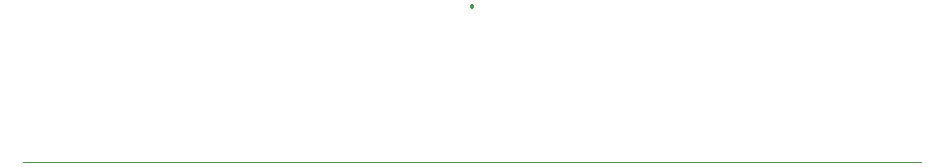
<source format=gbr>
G04 DipTrace 4.3.0.4*
G04 TopAssembly.gbr*
%MOIN*%
G04 #@! TF.FileFunction,Drawing,Top*
G04 #@! TF.Part,Single*
%ADD17C,0.003937*%
%FSLAX26Y26*%
G04*
G70*
G90*
G75*
G01*
G04 TopAssy*
%LPD*%
G36*
X1883227Y1213719D2*
X1883286Y1214613D1*
X1883461Y1215493D1*
X1883749Y1216341D1*
X1884145Y1217145D1*
X1884643Y1217890D1*
X1885234Y1218564D1*
X1885908Y1219155D1*
X1886653Y1219653D1*
X1887457Y1220049D1*
X1888305Y1220337D1*
X1889184Y1220512D1*
X1890079Y1220571D1*
X1890973Y1220512D1*
X1891852Y1220337D1*
X1892701Y1220049D1*
X1893505Y1219653D1*
X1894250Y1219155D1*
X1894924Y1218564D1*
X1895515Y1217890D1*
X1896012Y1217145D1*
X1896409Y1216341D1*
X1896697Y1215493D1*
X1896872Y1214613D1*
X1896930Y1213719D1*
Y1212108D1*
X1896872Y1211213D1*
X1896697Y1210334D1*
X1896409Y1209486D1*
X1896012Y1208682D1*
X1895515Y1207937D1*
X1894924Y1207263D1*
X1894250Y1206672D1*
X1893505Y1206174D1*
X1892701Y1205777D1*
X1891852Y1205489D1*
X1890973Y1205315D1*
X1890079Y1205256D1*
X1889184Y1205315D1*
X1888305Y1205489D1*
X1887457Y1205777D1*
X1886653Y1206174D1*
X1885908Y1206672D1*
X1885234Y1207263D1*
X1884643Y1207937D1*
X1884145Y1208682D1*
X1883749Y1209486D1*
X1883461Y1210334D1*
X1883286Y1211213D1*
X1883227Y1212108D1*
Y1213719D1*
G37*
X394016Y693228D2*
D17*
X3386142D1*
M02*

</source>
